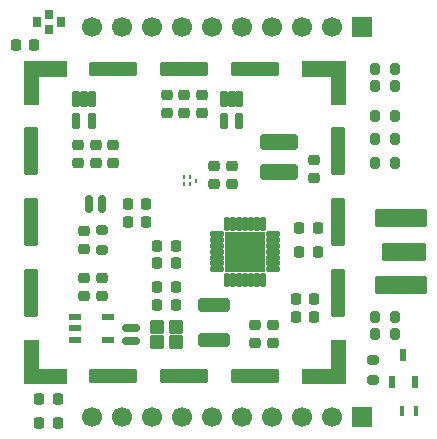
<source format=gbr>
%TF.GenerationSoftware,KiCad,Pcbnew,9.0.4*%
%TF.CreationDate,2025-09-08T19:19:13+09:00*%
%TF.ProjectId,GPS_FrontEnd,4750535f-4672-46f6-9e74-456e642e6b69,Rev.1.0*%
%TF.SameCoordinates,Original*%
%TF.FileFunction,Soldermask,Top*%
%TF.FilePolarity,Negative*%
%FSLAX46Y46*%
G04 Gerber Fmt 4.6, Leading zero omitted, Abs format (unit mm)*
G04 Created by KiCad (PCBNEW 9.0.4) date 2025-09-08 19:19:13*
%MOMM*%
%LPD*%
G01*
G04 APERTURE LIST*
G04 Aperture macros list*
%AMRoundRect*
0 Rectangle with rounded corners*
0 $1 Rounding radius*
0 $2 $3 $4 $5 $6 $7 $8 $9 X,Y pos of 4 corners*
0 Add a 4 corners polygon primitive as box body*
4,1,4,$2,$3,$4,$5,$6,$7,$8,$9,$2,$3,0*
0 Add four circle primitives for the rounded corners*
1,1,$1+$1,$2,$3*
1,1,$1+$1,$4,$5*
1,1,$1+$1,$6,$7*
1,1,$1+$1,$8,$9*
0 Add four rect primitives between the rounded corners*
20,1,$1+$1,$2,$3,$4,$5,0*
20,1,$1+$1,$4,$5,$6,$7,0*
20,1,$1+$1,$6,$7,$8,$9,0*
20,1,$1+$1,$8,$9,$2,$3,0*%
G04 Aperture macros list end*
%ADD10C,0.010000*%
%ADD11R,1.700000X1.700000*%
%ADD12C,1.700000*%
%ADD13RoundRect,0.200000X-0.200000X-0.275000X0.200000X-0.275000X0.200000X0.275000X-0.200000X0.275000X0*%
%ADD14R,0.250000X0.325000*%
%ADD15RoundRect,0.225000X-0.225000X-0.250000X0.225000X-0.250000X0.225000X0.250000X-0.225000X0.250000X0*%
%ADD16RoundRect,0.225000X0.250000X-0.225000X0.250000X0.225000X-0.250000X0.225000X-0.250000X-0.225000X0*%
%ADD17RoundRect,0.165000X-0.585000X0.165000X-0.585000X-0.165000X0.585000X-0.165000X0.585000X0.165000X0*%
%ADD18RoundRect,0.200000X0.200000X0.275000X-0.200000X0.275000X-0.200000X-0.275000X0.200000X-0.275000X0*%
%ADD19R,0.393700X0.812800*%
%ADD20RoundRect,0.059250X-0.177750X0.537750X-0.177750X-0.537750X0.177750X-0.537750X0.177750X0.537750X0*%
%ADD21RoundRect,0.059250X-0.537750X0.177750X-0.537750X-0.177750X0.537750X-0.177750X0.537750X0.177750X0*%
%ADD22RoundRect,0.102000X-1.625000X1.625000X-1.625000X-1.625000X1.625000X-1.625000X1.625000X1.625000X0*%
%ADD23RoundRect,0.225000X0.225000X0.250000X-0.225000X0.250000X-0.225000X-0.250000X0.225000X-0.250000X0*%
%ADD24RoundRect,0.304347X1.295653X-0.395653X1.295653X0.395653X-1.295653X0.395653X-1.295653X-0.395653X0*%
%ADD25RoundRect,0.151000X-0.151000X0.546000X-0.151000X-0.546000X0.151000X-0.546000X0.151000X0.546000X0*%
%ADD26R,1.000000X0.599999*%
%ADD27R,0.558800X1.016000*%
%ADD28RoundRect,0.102000X-0.500000X-0.450000X0.500000X-0.450000X0.500000X0.450000X-0.500000X0.450000X0*%
%ADD29RoundRect,0.200000X0.275000X-0.200000X0.275000X0.200000X-0.275000X0.200000X-0.275000X-0.200000X0*%
%ADD30RoundRect,0.225000X-0.250000X0.225000X-0.250000X-0.225000X0.250000X-0.225000X0.250000X0.225000X0*%
%ADD31RoundRect,0.102000X1.800000X-0.635000X1.800000X0.635000X-1.800000X0.635000X-1.800000X-0.635000X0*%
%ADD32RoundRect,0.102000X2.100000X-0.675000X2.100000X0.675000X-2.100000X0.675000X-2.100000X-0.675000X0*%
%ADD33RoundRect,0.165000X0.165000X0.585000X-0.165000X0.585000X-0.165000X-0.585000X0.165000X-0.585000X0*%
%ADD34RoundRect,0.102000X-1.900000X-0.500000X1.900000X-0.500000X1.900000X0.500000X-1.900000X0.500000X0*%
%ADD35RoundRect,0.102000X-0.500000X-1.900000X0.500000X-1.900000X0.500000X1.900000X-0.500000X1.900000X0*%
%ADD36RoundRect,0.218750X-0.218750X-0.256250X0.218750X-0.256250X0.218750X0.256250X-0.218750X0.256250X0*%
%ADD37RoundRect,0.250000X1.100000X-0.325000X1.100000X0.325000X-1.100000X0.325000X-1.100000X-0.325000X0*%
%ADD38RoundRect,0.218750X0.218750X0.256250X-0.218750X0.256250X-0.218750X-0.256250X0.218750X-0.256250X0*%
G04 APERTURE END LIST*
D10*
%TO.C,FL1*%
X127160000Y-81400000D02*
X126560000Y-81400000D01*
X126560000Y-80600000D01*
X127160000Y-80600000D01*
X127160000Y-81400000D01*
G36*
X127160000Y-81400000D02*
G01*
X126560000Y-81400000D01*
X126560000Y-80600000D01*
X127160000Y-80600000D01*
X127160000Y-81400000D01*
G37*
X128160000Y-80700000D02*
X127560000Y-80700000D01*
X127560000Y-80050000D01*
X128160000Y-80050000D01*
X128160000Y-80700000D01*
G36*
X128160000Y-80700000D02*
G01*
X127560000Y-80700000D01*
X127560000Y-80050000D01*
X128160000Y-80050000D01*
X128160000Y-80700000D01*
G37*
X128160000Y-81950000D02*
X127560000Y-81950000D01*
X127560000Y-81300000D01*
X128160000Y-81300000D01*
X128160000Y-81950000D01*
G36*
X128160000Y-81950000D02*
G01*
X127560000Y-81950000D01*
X127560000Y-81300000D01*
X128160000Y-81300000D01*
X128160000Y-81950000D01*
G37*
X129160000Y-81400000D02*
X128560000Y-81400000D01*
X128560000Y-80600000D01*
X129160000Y-80600000D01*
X129160000Y-81400000D01*
G36*
X129160000Y-81400000D02*
G01*
X128560000Y-81400000D01*
X128560000Y-80600000D01*
X129160000Y-80600000D01*
X129160000Y-81400000D01*
G37*
%TO.C,J4*%
X129360000Y-85595000D02*
X126955000Y-85595000D01*
X126955000Y-88000000D01*
X125755000Y-88000000D01*
X125755000Y-84395000D01*
X129360000Y-84395000D01*
X129360000Y-85595000D01*
G36*
X129360000Y-85595000D02*
G01*
X126955000Y-85595000D01*
X126955000Y-88000000D01*
X125755000Y-88000000D01*
X125755000Y-84395000D01*
X129360000Y-84395000D01*
X129360000Y-85595000D01*
G37*
X126955000Y-110405000D02*
X129360000Y-110405000D01*
X129360000Y-111605000D01*
X125755000Y-111605000D01*
X125755000Y-108000000D01*
X126955000Y-108000000D01*
X126955000Y-110405000D01*
G36*
X126955000Y-110405000D02*
G01*
X129360000Y-110405000D01*
X129360000Y-111605000D01*
X125755000Y-111605000D01*
X125755000Y-108000000D01*
X126955000Y-108000000D01*
X126955000Y-110405000D01*
G37*
X152965000Y-88000000D02*
X151765000Y-88000000D01*
X151765000Y-85595000D01*
X149360000Y-85595000D01*
X149360000Y-84395000D01*
X152965000Y-84395000D01*
X152965000Y-88000000D01*
G36*
X152965000Y-88000000D02*
G01*
X151765000Y-88000000D01*
X151765000Y-85595000D01*
X149360000Y-85595000D01*
X149360000Y-84395000D01*
X152965000Y-84395000D01*
X152965000Y-88000000D01*
G37*
X152965000Y-111605000D02*
X149360000Y-111605000D01*
X149360000Y-110405000D01*
X151765000Y-110405000D01*
X151765000Y-108000000D01*
X152965000Y-108000000D01*
X152965000Y-111605000D01*
G36*
X152965000Y-111605000D02*
G01*
X149360000Y-111605000D01*
X149360000Y-110405000D01*
X151765000Y-110405000D01*
X151765000Y-108000000D01*
X152965000Y-108000000D01*
X152965000Y-111605000D01*
G37*
%TD*%
D11*
%TO.C,J2*%
X154360000Y-81500000D03*
D12*
X151820000Y-81500000D03*
X149280000Y-81500000D03*
X146740000Y-81500000D03*
X144200000Y-81500000D03*
X141660000Y-81500000D03*
X139120000Y-81500000D03*
X136580000Y-81500000D03*
X134040000Y-81500000D03*
X131500000Y-81500000D03*
%TD*%
D13*
%TO.C,R2*%
X155535000Y-93000000D03*
X157185000Y-93000000D03*
%TD*%
D14*
%TO.C,U2*%
X140360000Y-94500000D03*
X139860001Y-94212500D03*
X139360002Y-94212500D03*
X139360002Y-94787500D03*
X139860001Y-94787500D03*
%TD*%
D15*
%TO.C,C17*%
X137085000Y-103500000D03*
X138635000Y-103500000D03*
%TD*%
D16*
%TO.C,C10*%
X132360000Y-104275000D03*
X132360000Y-102725000D03*
%TD*%
%TO.C,C15*%
X141860000Y-94775000D03*
X141860000Y-93225000D03*
%TD*%
D15*
%TO.C,C13*%
X137085000Y-100000000D03*
X138635000Y-100000000D03*
%TD*%
D13*
%TO.C,R6*%
X155535000Y-85000000D03*
X157185000Y-85000000D03*
%TD*%
D16*
%TO.C,C16*%
X143360000Y-94775000D03*
X143360000Y-93225000D03*
%TD*%
D17*
%TO.C,C6*%
X134860000Y-106960000D03*
X134860000Y-108040000D03*
%TD*%
D18*
%TO.C,R5*%
X157185000Y-107500000D03*
X155535000Y-107500000D03*
%TD*%
D19*
%TO.C,LED1*%
X157756750Y-114000000D03*
X158963250Y-114000000D03*
%TD*%
D20*
%TO.C,U1*%
X146000000Y-98140000D03*
X145500000Y-98140000D03*
X145000000Y-98140000D03*
X144500000Y-98140000D03*
X144000000Y-98140000D03*
X143500000Y-98140000D03*
X143000000Y-98140000D03*
D21*
X142140000Y-99000000D03*
X142140000Y-99500000D03*
X142140000Y-100000000D03*
X142140000Y-100500000D03*
X142140000Y-101000000D03*
X142140000Y-101500000D03*
X142140000Y-102000000D03*
D20*
X143000000Y-102860000D03*
X143500000Y-102860000D03*
X144000000Y-102860000D03*
X144500000Y-102860000D03*
X145000000Y-102860000D03*
X145500000Y-102860000D03*
X146000000Y-102860000D03*
D21*
X146860000Y-102000000D03*
X146860000Y-101500000D03*
X146860000Y-101000000D03*
X146860000Y-100500000D03*
X146860000Y-100000000D03*
X146860000Y-99500000D03*
X146860000Y-99000000D03*
D22*
X144500000Y-100500000D03*
%TD*%
D23*
%TO.C,C1*%
X150635000Y-100500000D03*
X149085000Y-100500000D03*
%TD*%
D24*
%TO.C,C3*%
X147360000Y-93750000D03*
X147360000Y-91250000D03*
%TD*%
D25*
%TO.C,U3*%
X144010000Y-87540000D03*
X143360000Y-87540000D03*
X142710000Y-87540000D03*
X142710000Y-89460000D03*
X144010000Y-89460000D03*
%TD*%
D15*
%TO.C,C4*%
X125085000Y-83000000D03*
X126635000Y-83000000D03*
%TD*%
D13*
%TO.C,R3*%
X155535000Y-91000000D03*
X157185000Y-91000000D03*
%TD*%
D16*
%TO.C,C27*%
X140860000Y-88775000D03*
X140860000Y-87225000D03*
%TD*%
D25*
%TO.C,U4*%
X131510000Y-87540000D03*
X130860000Y-87540000D03*
X130210000Y-87540000D03*
X130210000Y-89460000D03*
X131510000Y-89460000D03*
%TD*%
D26*
%TO.C,U5*%
X130110000Y-106049999D03*
X130110000Y-107000000D03*
X130110000Y-107949998D03*
X132860000Y-107949998D03*
X132860000Y-106049999D03*
%TD*%
D27*
%TO.C,U6*%
X156959998Y-111500000D03*
X158860000Y-111500000D03*
X157909999Y-109214000D03*
%TD*%
D16*
%TO.C,C25*%
X139360000Y-88775000D03*
X139360000Y-87225000D03*
%TD*%
D13*
%TO.C,R4*%
X155535000Y-89000000D03*
X157185000Y-89000000D03*
%TD*%
D28*
%TO.C,Y1*%
X137047500Y-108112500D03*
X138672500Y-108112500D03*
X138672500Y-106887500D03*
X137047500Y-106887500D03*
%TD*%
D13*
%TO.C,R7*%
X155535000Y-106000000D03*
X157185000Y-106000000D03*
%TD*%
D16*
%TO.C,C29*%
X130360000Y-93000000D03*
X130360000Y-91450000D03*
%TD*%
%TO.C,C28*%
X131860000Y-93000000D03*
X131860000Y-91450000D03*
%TD*%
D11*
%TO.C,J3*%
X154360000Y-114500000D03*
D12*
X151820000Y-114500000D03*
X149280000Y-114500000D03*
X146740000Y-114500000D03*
X144200000Y-114500000D03*
X141660000Y-114500000D03*
X139120000Y-114500000D03*
X136580000Y-114500000D03*
X134040000Y-114500000D03*
X131500000Y-114500000D03*
%TD*%
D13*
%TO.C,R8*%
X155535000Y-86500000D03*
X157185000Y-86500000D03*
%TD*%
D16*
%TO.C,C2*%
X150360000Y-94275000D03*
X150360000Y-92725000D03*
%TD*%
D15*
%TO.C,C14*%
X137085000Y-101500000D03*
X138635000Y-101500000D03*
%TD*%
D29*
%TO.C,R9*%
X155360000Y-111325000D03*
X155360000Y-109675000D03*
%TD*%
D23*
%TO.C,C23*%
X128635000Y-113000000D03*
X127085000Y-113000000D03*
%TD*%
D15*
%TO.C,C18*%
X137085000Y-105000000D03*
X138635000Y-105000000D03*
%TD*%
D30*
%TO.C,C22*%
X145360000Y-106725000D03*
X145360000Y-108275000D03*
%TD*%
D31*
%TO.C,J1*%
X157922500Y-100500000D03*
D32*
X157722500Y-103325000D03*
X157722500Y-97675000D03*
%TD*%
D33*
%TO.C,C8*%
X132400000Y-96500000D03*
X131320000Y-96500000D03*
%TD*%
D16*
%TO.C,C24*%
X137860000Y-88775000D03*
X137860000Y-87225000D03*
%TD*%
D30*
%TO.C,C21*%
X146860000Y-106725000D03*
X146860000Y-108275000D03*
%TD*%
D29*
%TO.C,R1*%
X132360000Y-100325000D03*
X132360000Y-98675000D03*
%TD*%
D34*
%TO.C,J4*%
X133360000Y-111005000D03*
X139360000Y-111005000D03*
X145360000Y-111005000D03*
D35*
X152365000Y-104000000D03*
X152365000Y-98000000D03*
X152365000Y-92000000D03*
D34*
X145360000Y-84995000D03*
X139360000Y-84995000D03*
X133360000Y-84995000D03*
D35*
X126355000Y-92000000D03*
X126355000Y-98000000D03*
X126355000Y-104000000D03*
%TD*%
D16*
%TO.C,C7*%
X130860000Y-100275000D03*
X130860000Y-98725000D03*
%TD*%
D15*
%TO.C,C11*%
X134585000Y-96500000D03*
X136135000Y-96500000D03*
%TD*%
%TO.C,C20*%
X148810000Y-106000000D03*
X150360000Y-106000000D03*
%TD*%
D36*
%TO.C,L2*%
X127072500Y-115000000D03*
X128647500Y-115000000D03*
%TD*%
D16*
%TO.C,C9*%
X130860000Y-104275000D03*
X130860000Y-102725000D03*
%TD*%
D15*
%TO.C,C19*%
X148810000Y-104490000D03*
X150360000Y-104490000D03*
%TD*%
D37*
%TO.C,C5*%
X141860000Y-107975000D03*
X141860000Y-105025000D03*
%TD*%
D15*
%TO.C,C12*%
X134585000Y-98000000D03*
X136135000Y-98000000D03*
%TD*%
D38*
%TO.C,L1*%
X150647500Y-98500000D03*
X149072500Y-98500000D03*
%TD*%
D16*
%TO.C,C26*%
X133360000Y-93000000D03*
X133360000Y-91450000D03*
%TD*%
M02*

</source>
